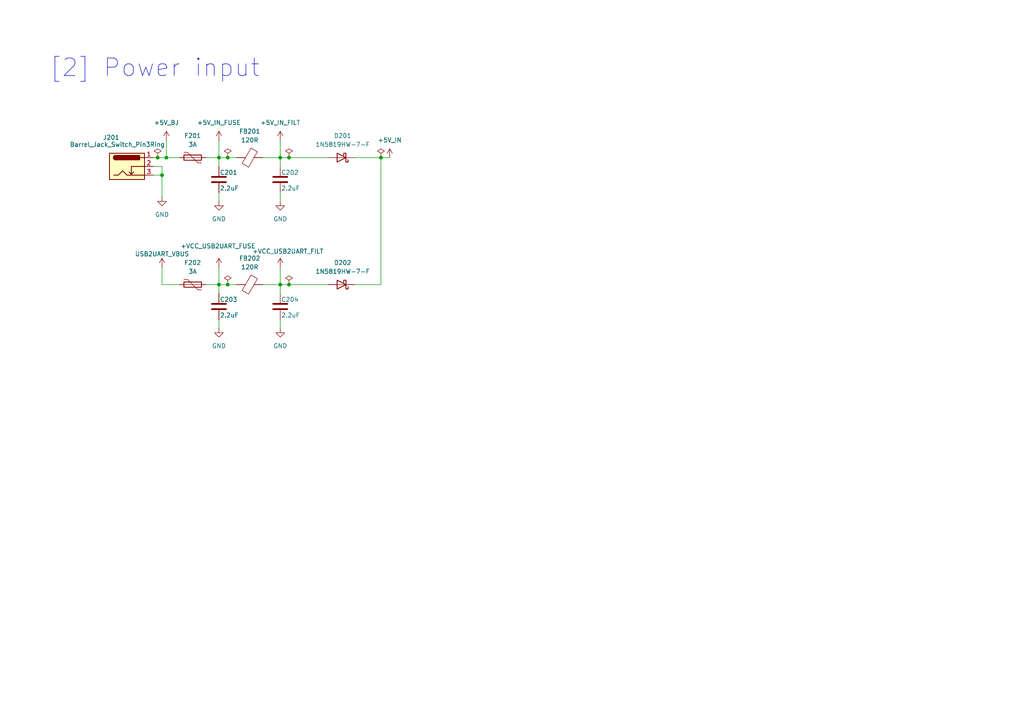
<source format=kicad_sch>
(kicad_sch (version 20250114) (generator "eeschema") (generator_version "9.0")
  (paper "A4")
  (lib_symbols
    (symbol "Connector:Barrel_Jack_Switch_Pin3Ring" (pin_names (hide yes))
      (property "Reference" "J" (at 0 5.334 0))
      (property "Value" "Barrel_Jack_Switch_Pin3Ring" (at 0 -5.08 0))
      (symbol "Barrel_Jack_Switch_Pin3Ring_0_1"
        (rectangle (start -5.08 3.81) (end 5.08 -3.81) (stroke (width 0.254)) (fill (type background)))
        (polyline (pts (xy -3.81 -2.54) (xy -2.54 -2.54) (xy -1.27 -1.27) (xy 0 -2.54) (xy 2.54 -2.54) (xy 5.08 -2.54)) (stroke (width 0.254)))
        (arc (start -3.302 1.905) (mid -3.9343 2.54) (end -3.302 3.175) (stroke (width 0.254)))
        (arc (start -3.302 1.905) (mid -3.9343 2.54) (end -3.302 3.175) (stroke (width 0.254)) (fill (type outline)))
        (polyline (pts (xy 1.27 -2.286) (xy 1.905 -1.651)) (stroke (width 0.254)))
        (rectangle (start 3.683 3.175) (end -3.302 1.905) (stroke (width 0.254)) (fill (type outline)))
        (polyline (pts (xy 5.08 2.54) (xy 3.81 2.54)) (stroke (width 0.254)))
        (polyline (pts (xy 5.08 0) (xy 1.27 0) (xy 1.27 -2.286) (xy 0.635 -1.651)) (stroke (width 0.254)))
      )
      (symbol "Barrel_Jack_Switch_Pin3Ring_1_1"
        (pin passive line (at 7.62 2.54 180) (length 2.54) (name "~") (number "1"))
        (pin passive line (at 7.62 0 180) (length 2.54) (name "~") (number "2"))
        (pin passive line (at 7.62 -2.54 180) (length 2.54) (name "~") (number "3"))
      )
    )
    (symbol "Device:C" (pin_numbers (hide yes)) (pin_names (offset 0.254))
      (property "Reference" "C" (at 0.635 2.54 0))
      (property "Value" "C" (at 0.635 -2.54 0))
      (symbol "C_0_1"
        (polyline (pts (xy -2.032 0.762) (xy 2.032 0.762)) (stroke (width 0.508)))
        (polyline (pts (xy -2.032 -0.762) (xy 2.032 -0.762)) (stroke (width 0.508)))
      )
      (symbol "C_1_1"
        (pin passive line (at 0 3.81 270) (length 2.794) (name "~") (number "1"))
        (pin passive line (at 0 -3.81 90) (length 2.794) (name "~") (number "2"))
      )
    )
    (symbol "Device:D_Schottky" (pin_numbers (hide yes)) (pin_names (offset 1.016) (hide yes))
      (property "Reference" "D" (at 0 2.54 0))
      (property "Value" "D_Schottky" (at 0 -2.54 0))
      (symbol "D_Schottky_0_1"
        (polyline (pts (xy -1.905 0.635) (xy -1.905 1.27) (xy -1.27 1.27) (xy -1.27 -1.27) (xy -0.635 -1.27) (xy -0.635 -0.635)) (stroke (width 0.254)))
        (polyline (pts (xy 1.27 1.27) (xy 1.27 -1.27) (xy -1.27 0) (xy 1.27 1.27)) (stroke (width 0.254)))
        (polyline (pts (xy 1.27 0) (xy -1.27 0)))
      )
      (symbol "D_Schottky_1_1"
        (pin passive line (at -3.81 0 0) (length 2.54) (name "K") (number "1"))
        (pin passive line (at 3.81 0 180) (length 2.54) (name "A") (number "2"))
      )
    )
    (symbol "Device:FerriteBead" (pin_numbers (hide yes)) (pin_names (offset 0))
      (property "Reference" "FB" (at -3.81 0.635 90))
      (property "Value" "FerriteBead" (at 3.81 0 90))
      (symbol "FerriteBead_0_1"
        (polyline (pts (xy -2.7686 0.4064) (xy -1.7018 2.2606) (xy 2.7686 -0.3048) (xy 1.6764 -2.159) (xy -2.7686 0.4064)))
        (polyline (pts (xy 0 1.27) (xy 0 1.2954)))
        (polyline (pts (xy 0 -1.27) (xy 0 -1.2192)))
      )
      (symbol "FerriteBead_1_1"
        (pin passive line (at 0 3.81 270) (length 2.54) (name "~") (number "1"))
        (pin passive line (at 0 -3.81 90) (length 2.54) (name "~") (number "2"))
      )
    )
    (symbol "Device:Polyfuse" (pin_numbers (hide yes)) (pin_names (offset 0))
      (property "Reference" "F" (at -2.54 0 90))
      (property "Value" "Polyfuse" (at 2.54 0 90))
      (symbol "Polyfuse_0_1"
        (polyline (pts (xy -1.524 2.54) (xy -1.524 1.524) (xy 1.524 -1.524) (xy 1.524 -2.54)))
        (rectangle (start -0.762 2.54) (end 0.762 -2.54) (stroke (width 0.254)))
        (polyline (pts (xy 0 2.54) (xy 0 -2.54)))
      )
      (symbol "Polyfuse_1_1"
        (pin passive line (at 0 3.81 270) (length 1.27) (name "~") (number "1"))
        (pin passive line (at 0 -3.81 90) (length 1.27) (name "~") (number "2"))
      )
    )
    (symbol "VBUS_1" (power) (pin_numbers (hide yes)) (pin_names (offset 0) (hide yes))
      (property "Value" "VBUS" (at 0 3.556 0))
      (symbol "VBUS_1_0_1"
        (polyline (pts (xy -0.762 1.27) (xy 0 2.54)))
        (polyline (pts (xy 0 2.54) (xy 0.762 1.27)))
        (polyline (pts (xy 0 0) (xy 0 2.54)))
      )
      (symbol "VBUS_1_1_1"
        (pin power_in line (at 0 0 90) (length 0) (name "~") (number "1"))
      )
    )
    (symbol "power:+5V" (power) (pin_numbers (hide yes)) (pin_names (offset 0) (hide yes))
      (property "Value" "+5V" (at 0 3.556 0))
      (symbol "+5V_0_1"
        (polyline (pts (xy -0.762 1.27) (xy 0 2.54)))
        (polyline (pts (xy 0 2.54) (xy 0.762 1.27)))
        (polyline (pts (xy 0 0) (xy 0 2.54)))
      )
      (symbol "+5V_1_1"
        (pin power_in line (at 0 0 90) (length 0) (name "~") (number "1"))
      )
    )
    (symbol "power:GND" (power) (pin_numbers (hide yes)) (pin_names (offset 0) (hide yes))
      (property "Value" "GND" (at 0 -3.81 0))
      (symbol "GND_0_1"
        (polyline (pts (xy 0 0) (xy 0 -1.27) (xy 1.27 -1.27) (xy 0 -2.54) (xy -1.27 -1.27) (xy 0 -1.27)))
      )
      (symbol "GND_1_1"
        (pin power_in line (at 0 0 270) (length 0) (name "~") (number "1"))
      )
    )
    (symbol "power:PWR_FLAG" (power) (pin_numbers (hide yes)) (pin_names (offset 0) (hide yes))
      (property "Value" "PWR_FLAG" (at 0 3.81 0))
      (symbol "PWR_FLAG_0_0"
        (pin power_out line (at 0 0 90) (length 0) (name "~") (number "1"))
      )
      (symbol "PWR_FLAG_0_1"
        (polyline (pts (xy 0 0) (xy 0 1.27) (xy -1.016 1.905) (xy 0 2.54) (xy 1.016 1.905) (xy 0 1.27)))
      )
    )
  )
  (text "[2] Power input" (at 44.958 19.812 0) (effects (font (size 5.08 5.08))))
  (junction (at 81.28 82.55))
  (junction (at 81.28 45.72))
  (junction (at 63.5 45.72))
  (junction (at 110.49 45.72))
  (junction (at 63.5 82.55))
  (junction (at 83.82 82.55))
  (junction (at 83.82 45.72))
  (junction (at 46.99 50.8))
  (junction (at 66.04 45.72))
  (junction (at 66.04 82.55))
  (junction (at 48.26 45.72))
  (junction (at 45.72 45.72))
  (wire (pts (xy 81.28 82.55) (xy 81.28 85.09)))
  (wire (pts (xy 46.99 82.55) (xy 52.07 82.55)))
  (wire (pts (xy 81.28 82.55) (xy 83.82 82.55)))
  (wire (pts (xy 46.99 77.47) (xy 46.99 82.55)))
  (wire (pts (xy 81.28 55.88) (xy 81.28 58.42)))
  (wire (pts (xy 63.5 45.72) (xy 66.04 45.72)))
  (wire (pts (xy 81.28 92.71) (xy 81.28 95.25)))
  (wire (pts (xy 45.72 45.72) (xy 44.45 45.72)))
  (wire (pts (xy 81.28 40.64) (xy 81.28 45.72)))
  (wire (pts (xy 83.82 82.55) (xy 95.25 82.55)))
  (wire (pts (xy 66.04 45.72) (xy 68.58 45.72)))
  (wire (pts (xy 102.87 82.55) (xy 110.49 82.55)))
  (wire (pts (xy 102.87 45.72) (xy 110.49 45.72)))
  (wire (pts (xy 76.2 82.55) (xy 81.28 82.55)))
  (wire (pts (xy 45.72 45.72) (xy 48.26 45.72)))
  (wire (pts (xy 63.5 82.55) (xy 63.5 85.09)))
  (wire (pts (xy 83.82 45.72) (xy 95.25 45.72)))
  (wire (pts (xy 46.99 48.26) (xy 46.99 50.8)))
  (wire (pts (xy 48.26 45.72) (xy 52.07 45.72)))
  (wire (pts (xy 44.45 50.8) (xy 46.99 50.8)))
  (wire (pts (xy 48.26 40.64) (xy 48.26 45.72)))
  (wire (pts (xy 81.28 77.47) (xy 81.28 82.55)))
  (wire (pts (xy 63.5 45.72) (xy 63.5 48.26)))
  (wire (pts (xy 76.2 45.72) (xy 81.28 45.72)))
  (wire (pts (xy 63.5 77.47) (xy 63.5 82.55)))
  (wire (pts (xy 63.5 82.55) (xy 66.04 82.55)))
  (wire (pts (xy 81.28 45.72) (xy 83.82 45.72)))
  (wire (pts (xy 46.99 50.8) (xy 46.99 57.15)))
  (wire (pts (xy 59.69 82.55) (xy 63.5 82.55)))
  (wire (pts (xy 66.04 82.55) (xy 68.58 82.55)))
  (wire (pts (xy 63.5 40.64) (xy 63.5 45.72)))
  (wire (pts (xy 110.49 45.72) (xy 110.49 82.55)))
  (wire (pts (xy 110.49 45.72) (xy 113.03 45.72)))
  (wire (pts (xy 59.69 45.72) (xy 63.5 45.72)))
  (wire (pts (xy 63.5 55.88) (xy 63.5 58.42)))
  (wire (pts (xy 44.45 48.26) (xy 46.99 48.26)))
  (wire (pts (xy 63.5 92.71) (xy 63.5 95.25)))
  (wire (pts (xy 81.28 45.72) (xy 81.28 48.26)))
  (symbol (lib_id "power:PWR_FLAG") (at 66.04 45.72 0) (unit 1)
    (property "Reference" "#FLG0202" (effects (hide yes)))
    (property "Value" "PWR_FLAG" (effects (hide yes)))
    (property "Description" "Special symbol for telling ERC where power comes from" (effects (hide yes)))
  )
  (symbol (lib_name "VBUS_1") (lib_id "power:VBUS") (at 46.99 77.47 0) (unit 1)
    (property "Reference" "#PWR0208" (effects (hide yes)))
    (property "Value" "USB2UART_VBUS" (at 46.99 73.66 0))
    (property "Description" "Power symbol creates a global label with name \"VBUS\"" (effects (hide yes)))
  )
  (symbol (lib_id "Device:C") (at 63.5 88.9 0) (unit 1)
    (property "Reference" "C203" (at 63.754 86.868 0) (effects (justify left)))
    (property "Value" "2.2uF" (at 63.754 91.44 0) (effects (justify left)))
    (property "Footprint" "Capacitor_SMD:C_0603_1608Metric" (effects (hide yes)))
    (property "Description" "Unpolarized capacitor" (effects (hide yes)))
    (property "Manufacturer" "Samsung Electro-Mechanics" (effects (hide yes)))
    (property "Manufacturer Part Number" "CL10A225KO8NNNC" (effects (hide yes)))
  )
  (symbol (lib_id "power:+5V") (at 48.26 40.64 0) (unit 1)
    (property "Reference" "#PWR0201" (effects (hide yes)))
    (property "Value" "+5V_BJ" (at 48.26 35.56 0))
    (property "Description" "Power symbol creates a global label with name \"+5V\"" (effects (hide yes)))
  )
  (symbol (lib_id "power:GND") (at 63.5 58.42 0) (mirror y) (unit 1)
    (property "Reference" "#PWR0206" (effects (hide yes)))
    (property "Value" "GND" (at 63.5 63.5 0))
    (property "Description" "Power symbol creates a global label with name \"GND\" , ground" (effects (hide yes)))
  )
  (symbol (lib_id "power:GND") (at 81.28 58.42 0) (mirror y) (unit 1)
    (property "Reference" "#PWR0207" (effects (hide yes)))
    (property "Value" "GND" (at 81.28 63.5 0))
    (property "Description" "Power symbol creates a global label with name \"GND\" , ground" (effects (hide yes)))
  )
  (symbol (lib_id "Connector:Barrel_Jack_Switch_Pin3Ring") (at 36.83 48.26 0) (unit 1)
    (property "Reference" "J201" (at 32.258 39.878 0))
    (property "Value" "Barrel_Jack_Switch_Pin3Ring" (at 34.036 41.91 0))
    (property "Footprint" "Connector_BarrelJack:BarrelJack_GCT_DCJ200-10-A_Horizontal" (effects (hide yes)))
    (property "Datasheet" "https://www.lcsc.com/datasheet/lcsc_datasheet_2501101719_SHOU-HAN-DC005_C431533.pdf" (effects (hide yes)))
    (property "Description" "DC Barrel Jack with an internal switch" (effects (hide yes)))
    (property "Manufacturer" "SHOU HAN" (effects (hide yes)))
    (property "Manufacturer Part Number" "DC005" (effects (hide yes)))
  )
  (symbol (lib_id "power:PWR_FLAG") (at 45.72 45.72 0) (unit 1)
    (property "Reference" "#FLG0201" (effects (hide yes)))
    (property "Value" "PWR_FLAG" (effects (hide yes)))
    (property "Description" "Special symbol for telling ERC where power comes from" (effects (hide yes)))
  )
  (symbol (lib_id "power:+5V") (at 81.28 40.64 0) (unit 1)
    (property "Reference" "#PWR0203" (effects (hide yes)))
    (property "Value" "+5V_IN_FILT" (at 81.28 35.56 0))
    (property "Description" "Power symbol creates a global label with name \"+5V\"" (effects (hide yes)))
  )
  (symbol (lib_id "power:PWR_FLAG") (at 83.82 82.55 0) (unit 1)
    (property "Reference" "#FLG0206" (effects (hide yes)))
    (property "Value" "PWR_FLAG" (effects (hide yes)))
    (property "Description" "Special symbol for telling ERC where power comes from" (effects (hide yes)))
  )
  (symbol (lib_id "Device:FerriteBead") (at 72.39 82.55 270) (unit 1)
    (property "Reference" "FB202" (at 72.4408 74.93 90))
    (property "Value" "120R" (at 72.4408 77.47 90))
    (property "Footprint" "Fuse:Fuse_0603_1608Metric" (effects (hide yes)))
    (property "Description" "Ferrite bead" (effects (hide yes)))
    (property "Manufacturer" "muRata" (effects (hide yes)))
    (property "Manufacturer Part Number" "BLM18PG121SN1D" (effects (hide yes)))
  )
  (symbol (lib_id "power:+5V") (at 63.5 40.64 0) (unit 1)
    (property "Reference" "#PWR0202" (effects (hide yes)))
    (property "Value" "+5V_IN_FUSE" (at 63.5 35.56 0))
    (property "Description" "Power symbol creates a global label with name \"+5V\"" (effects (hide yes)))
  )
  (symbol (lib_id "power:GND") (at 81.28 95.25 0) (mirror y) (unit 1)
    (property "Reference" "#PWR0212" (effects (hide yes)))
    (property "Value" "GND" (at 81.28 100.33 0))
    (property "Description" "Power symbol creates a global label with name \"GND\" , ground" (effects (hide yes)))
  )
  (symbol (lib_id "power:PWR_FLAG") (at 83.82 45.72 0) (unit 1)
    (property "Reference" "#FLG0203" (effects (hide yes)))
    (property "Value" "PWR_FLAG" (effects (hide yes)))
    (property "Description" "Special symbol for telling ERC where power comes from" (effects (hide yes)))
  )
  (symbol (lib_id "power:+5V") (at 63.5 77.47 0) (unit 1)
    (property "Reference" "#PWR0209" (effects (hide yes)))
    (property "Value" "+VCC_USB2UART_FUSE" (at 63.246 71.374 0))
    (property "Description" "Power symbol creates a global label with name \"+5V\"" (effects (hide yes)))
  )
  (symbol (lib_id "power:PWR_FLAG") (at 66.04 82.55 0) (unit 1)
    (property "Reference" "#FLG0205" (effects (hide yes)))
    (property "Value" "PWR_FLAG" (effects (hide yes)))
    (property "Description" "Special symbol for telling ERC where power comes from" (effects (hide yes)))
  )
  (symbol (lib_id "power:+5V") (at 81.28 77.47 0) (unit 1)
    (property "Reference" "#PWR0210" (effects (hide yes)))
    (property "Value" "+VCC_USB2UART_FILT" (at 73.152 72.898 0) (effects (justify left)))
    (property "Description" "Power symbol creates a global label with name \"+5V\"" (effects (hide yes)))
  )
  (symbol (lib_id "Device:FerriteBead") (at 72.39 45.72 270) (unit 1)
    (property "Reference" "FB201" (at 72.4408 38.1 90))
    (property "Value" "120R" (at 72.4408 40.64 90))
    (property "Footprint" "Fuse:Fuse_0603_1608Metric" (effects (hide yes)))
    (property "Description" "Ferrite bead" (effects (hide yes)))
    (property "Manufacturer" "muRata" (effects (hide yes)))
    (property "Manufacturer Part Number" "BLM18PG121SN1D" (effects (hide yes)))
  )
  (symbol (lib_id "Device:C") (at 81.28 52.07 0) (unit 1)
    (property "Reference" "C202" (at 81.534 50.038 0) (effects (justify left)))
    (property "Value" "2.2uF" (at 81.534 54.61 0) (effects (justify left)))
    (property "Footprint" "Capacitor_SMD:C_0603_1608Metric" (effects (hide yes)))
    (property "Description" "Unpolarized capacitor" (effects (hide yes)))
    (property "Manufacturer" "Samsung Electro-Mechanics" (effects (hide yes)))
    (property "Manufacturer Part Number" "CL10A225KO8NNNC" (effects (hide yes)))
  )
  (symbol (lib_id "Device:Polyfuse") (at 55.88 45.72 90) (mirror x) (unit 1)
    (property "Reference" "F201" (at 55.88 39.37 90))
    (property "Value" "3A" (at 55.88 41.91 90))
    (property "Footprint" "Fuse:Fuse_0805_2012Metric" (effects (hide yes)))
    (property "Description" "Resettable fuse, polymeric positive temperature coefficient" (effects (hide yes)))
    (property "Manufacturer" "BHFUSE" (effects (hide yes)))
    (property "Manufacturer Part Number" "BSMD0805-100-6V" (effects (hide yes)))
  )
  (symbol (lib_id "power:GND") (at 46.99 57.15 0) (mirror y) (unit 1)
    (property "Reference" "#PWR0205" (effects (hide yes)))
    (property "Value" "GND" (at 46.99 62.23 0))
    (property "Description" "Power symbol creates a global label with name \"GND\" , ground" (effects (hide yes)))
  )
  (symbol (lib_id "power:PWR_FLAG") (at 110.49 45.72 0) (unit 1)
    (property "Reference" "#FLG0204" (effects (hide yes)))
    (property "Value" "PWR_FLAG" (effects (hide yes)))
    (property "Description" "Special symbol for telling ERC where power comes from" (effects (hide yes)))
  )
  (symbol (lib_id "Device:C") (at 63.5 52.07 0) (unit 1)
    (property "Reference" "C201" (at 63.754 50.038 0) (effects (justify left)))
    (property "Value" "2.2uF" (at 63.754 54.61 0) (effects (justify left)))
    (property "Footprint" "Capacitor_SMD:C_0603_1608Metric" (effects (hide yes)))
    (property "Description" "Unpolarized capacitor" (effects (hide yes)))
    (property "Manufacturer" "Samsung Electro-Mechanics" (effects (hide yes)))
    (property "Manufacturer Part Number" "CL10A225KO8NNNC" (effects (hide yes)))
  )
  (symbol (lib_id "Device:Polyfuse") (at 55.88 82.55 90) (mirror x) (unit 1)
    (property "Reference" "F202" (at 55.88 76.2 90))
    (property "Value" "3A" (at 55.88 78.74 90))
    (property "Footprint" "Fuse:Fuse_0805_2012Metric" (effects (hide yes)))
    (property "Description" "Resettable fuse, polymeric positive temperature coefficient" (effects (hide yes)))
    (property "Manufacturer" "BHFUSE" (effects (hide yes)))
    (property "Manufacturer Part Number" "BSMD0805-100-6V" (effects (hide yes)))
  )
  (symbol (lib_id "power:GND") (at 63.5 95.25 0) (mirror y) (unit 1)
    (property "Reference" "#PWR0211" (effects (hide yes)))
    (property "Value" "GND" (at 63.5 100.33 0))
    (property "Description" "Power symbol creates a global label with name \"GND\" , ground" (effects (hide yes)))
  )
  (symbol (lib_id "power:+5V") (at 113.03 45.72 0) (mirror y) (unit 1)
    (property "Reference" "#PWR0204" (effects (hide yes)))
    (property "Value" "+5V_IN" (at 113.03 40.64 0))
    (property "Description" "Power symbol creates a global label with name \"+5V\"" (effects (hide yes)))
  )
  (symbol (lib_id "Device:D_Schottky") (at 99.06 45.72 180) (unit 1)
    (property "Reference" "D201" (at 99.3775 39.37 0))
    (property "Value" "1N5819HW-7-F" (at 99.3775 41.91 0))
    (property "Footprint" "Diode_SMD:D_SOD-123" (effects (hide yes)))
    (property "Description" "Schottky diode" (effects (hide yes)))
    (property "Manufacturer" "DIODES" (effects (hide yes)))
    (property "Manufacturer Part Number" "1N5819HW-7-F" (effects (hide yes)))
  )
  (symbol (lib_id "Device:D_Schottky") (at 99.06 82.55 180) (unit 1)
    (property "Reference" "D202" (at 99.3775 76.2 0))
    (property "Value" "1N5819HW-7-F" (at 99.3775 78.74 0))
    (property "Footprint" "Diode_SMD:D_SOD-123" (effects (hide yes)))
    (property "Description" "Schottky diode" (effects (hide yes)))
    (property "Manufacturer" "DIODES" (effects (hide yes)))
    (property "Manufacturer Part Number" "1N5819HW-7-F" (effects (hide yes)))
  )
  (symbol (lib_id "Device:C") (at 81.28 88.9 0) (unit 1)
    (property "Reference" "C204" (at 81.534 86.868 0) (effects (justify left)))
    (property "Value" "2.2uF" (at 81.534 91.44 0) (effects (justify left)))
    (property "Footprint" "Capacitor_SMD:C_0603_1608Metric" (effects (hide yes)))
    (property "Description" "Unpolarized capacitor" (effects (hide yes)))
    (property "Manufacturer" "Samsung Electro-Mechanics" (effects (hide yes)))
    (property "Manufacturer Part Number" "CL10A225KO8NNNC" (effects (hide yes)))
  )
)
</source>
